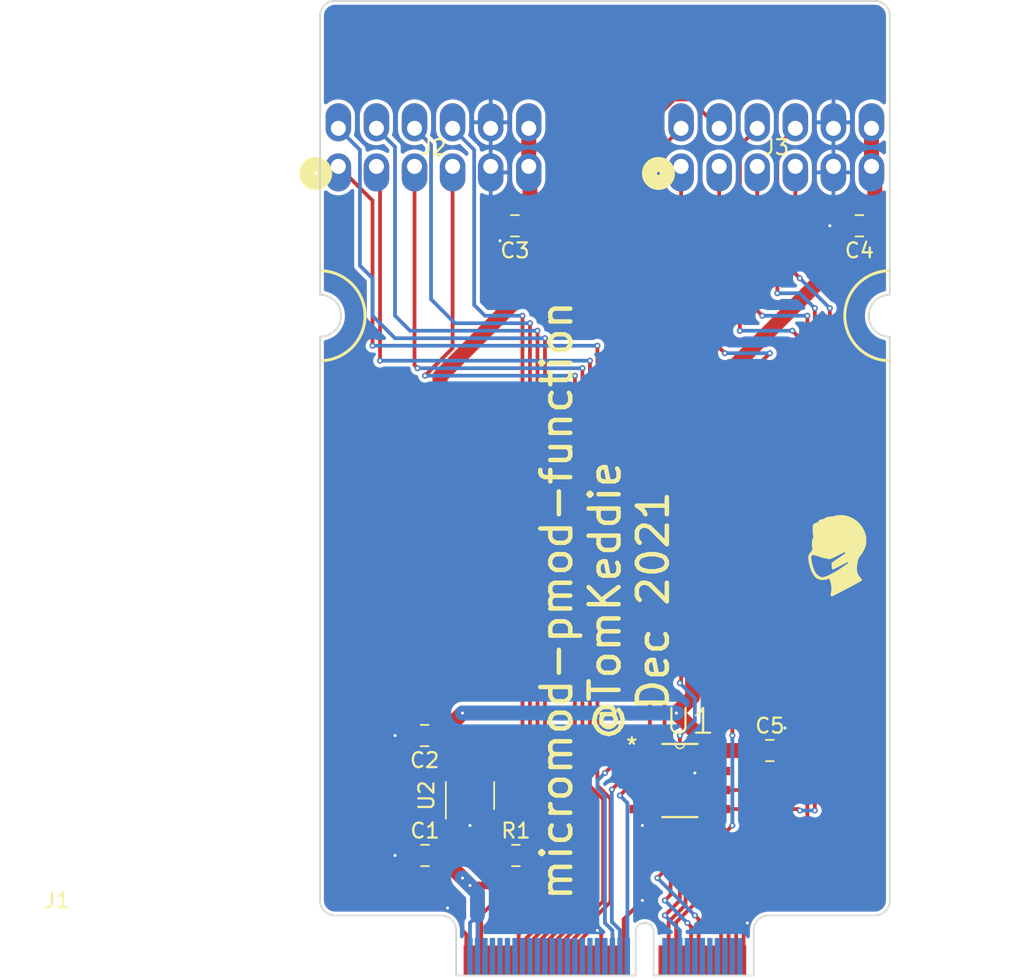
<source format=kicad_pcb>
(kicad_pcb (version 20211014) (generator pcbnew)
  (layers (0 "F.Cu" signal) (31 "B.Cu" signal) (34 "B.Paste" user) (35 "F.Paste" user) (36 "B.SilkS" user "B.Silkscreen") (37 "F.SilkS" user "F.Silkscreen") (38 "B.Mask" user) (39 "F.Mask" user) (44 "Edge.Cuts" user))
  (net 0 "")
  (net 1 "GND")
  (net 2 "VCC")
  (net 3 "+3V3")
  (net 4 "/SCK")
  (net 5 "/SDI")
  (net 6 "/SDO")
  (net 8 "/TX")
  (net 9 "/RX")
  (net 10 "/CTS")
  (net 12 "SDA")
  (net 13 "SCL")
  (net 20 "/D0")
  (net 21 "/D1")
  (net 22 "/D2")
  (net 23 "/D3")
  (net 24 "/D4")
  (net 25 "/D5")
  (net 27 "/D6")
  (net 28 "/D7")
  (net 30 "/PWR_EN")
  (net 32 "/A2")
  (net 33 "/A1")
  (net 34 "/A0")
  (footprint "tom-semiconductors:SOT-23-5" (layer "F.Cu") (at 191 138 90)
    (fp_text reference "U2" (at 0 -2.9 90) (layer "F.SilkS"))
    (fp_text value "AP2112K-3.3")
    (fp_line (start 0.9 -1.61) (end -1.55 -1.61) (layer "F.SilkS") (width 0.12))
    (fp_line (start -0.9 1.61) (end 0.9 1.61) (layer "F.SilkS") (width 0.12))
    (pad "1" smd rect locked (at -1.1 -0.95 90) (size 1.06 0.65) (layers "F.Cu" "F.Paste" "F.Mask") (net 2 "VCC"))
    (pad "2" smd rect locked (at -1.1 0 90) (size 1.06 0.65) (layers "F.Cu" "F.Paste" "F.Mask") (net 1 "GND"))
    (pad "3" smd rect locked (at -1.1 0.95 90) (size 1.06 0.65) (layers "F.Cu" "F.Paste" "F.Mask") (net 30 "/PWR_EN"))
    (pad "4" smd rect locked (at 1.1 0.95 90) (size 1.06 0.65) (layers "F.Cu" "F.Paste" "F.Mask"))
    (pad "5" smd rect locked (at 1.1 -0.95 90) (size 1.06 0.65) (layers "F.Cu" "F.Paste" "F.Mask") (net 3 "+3V3"))
  )
  (footprint "tom-connectors:PMOD_2X6_PTH_RA_SOCKET" (layer "F.Cu") (at 211.43 94.7685 180)
    (fp_text reference "J3" (at 0 0) (layer "F.SilkS"))
    (fp_text value "PMOD-2x6-FEMALE" hide)
    (fp_circle (center 7.86 -1.74) (end 7.96 -1.74) (layer "F.SilkS") (width 1) (fill none))
    (pad "1" thru_hole oval (at 6.35 -1.27 90) (size 2.54 1.7) (drill 1 (offset -0.4 0)) (layers *.Cu *.Mask) (net 10 "/CTS"))
    (pad "2" thru_hole oval (at 3.81 -1.27 90) (size 2.54 1.7) (drill 1 (offset -0.4 0)) (layers *.Cu *.Mask) (net 6 "/SDO"))
    (pad "3" thru_hole oval (at 1.27 -1.27 90) (size 2.54 1.7) (drill 1 (offset -0.4 0)) (layers *.Cu *.Mask) (net 5 "/SDI"))
    (pad "4" thru_hole oval (at -1.27 -1.27 90) (size 2.54 1.7) (drill 1 (offset -0.4 0)) (layers *.Cu *.Mask) (net 4 "/SCK"))
    (pad "5" thru_hole oval (at -3.81 -1.27 90) (size 2.54 1.7) (drill 1 (offset -0.4 0)) (layers *.Cu *.Mask) (net 1 "GND"))
    (pad "6" thru_hole oval (at -6.35 -1.27 90) (size 2.54 1.7) (drill 1 (offset -0.4 0)) (layers *.Cu *.Mask) (net 3 "+3V3"))
    (pad "7" thru_hole oval (at 6.35 1.27 90) (size 2.54 1.7) (drill 1 (offset 0.4 0)) (layers *.Cu *.Mask) (net 9 "/RX"))
    (pad "8" thru_hole oval (at 3.81 1.27 90) (size 2.54 1.7) (drill 1 (offset 0.4 0)) (layers *.Cu *.Mask) (net 8 "/TX"))
    (pad "9" thru_hole oval (at 1.27 1.27 90) (size 2.54 1.7) (drill 1 (offset 0.4 0)) (layers *.Cu *.Mask) (net 13 "SCL"))
    (pad "10" thru_hole oval (at -1.27 1.27 90) (size 2.54 1.7) (drill 1 (offset 0.4 0)) (layers *.Cu *.Mask) (net 12 "SDA"))
    (pad "11" thru_hole oval (at -3.81 1.27 90) (size 2.54 1.7) (drill 1 (offset 0.4 0)) (layers *.Cu *.Mask) (net 1 "GND"))
    (pad "12" thru_hole oval (at -6.35 1.27 90) (size 2.54 1.7) (drill 1 (offset 0.4 0)) (layers *.Cu *.Mask) (net 3 "+3V3"))
  )
  (footprint "tom-passives:C_0805_2012Metric_Pad1.15x1.40mm_HandSolder" (layer "F.Cu") (at 187.975 134 180)
    (fp_text reference "C2" (at 0 -1.65) (layer "F.SilkS"))
    (fp_text value "1uF/10V")
    (fp_line (start -0.261252 -0.71) (end 0.261252 -0.71) (layer "F.SilkS") (width 0.12))
    (fp_line (start -0.261252 0.71) (end 0.261252 0.71) (layer "F.SilkS") (width 0.12))
    (pad "1" smd roundrect locked (at -1.025 0 180) (size 1.15 1.4) (layers "F.Cu" "F.Paste" "F.Mask") (roundrect_rratio 0.2173913043) (net 3 "+3V3"))
    (pad "2" smd roundrect locked (at 1.025 0 180) (size 1.15 1.4) (layers "F.Cu" "F.Paste" "F.Mask") (roundrect_rratio 0.2173913043) (net 1 "GND"))
  )
  (footprint "tom-modules:MICROMOD_FUNCTION_STANDARD" (layer "F.Cu") (at 200 150)
    (fp_text reference "J1" (at -37.5 -5 unlocked) (layer "F.SilkS") (effects (justify left)))
    (fp_text value "MICROMOD_FUNCTION_STANDARD")
    (fp_arc (start 19 -41) (mid 16 -44) (end 19 -47) (layer "F.SilkS") (width 0.2))
    (fp_arc (start -19 -47) (mid -16 -44) (end -19 -41) (layer "F.SilkS") (width 0.2))
    (fp_line (start 10.925 -4) (end 18 -4) (layer "Edge.Cuts") (width 0.12))
    (fp_line (start 9.925 0) (end 9.925 -3) (layer "Edge.Cuts") (width 0.12))
    (fp_line (start -9.925 0) (end -9.925 -3) (layer "Edge.Cuts") (width 0.12))
    (fp_line (start 2.05 0) (end 2.05 -2.9) (layer "Edge.Cuts") (width 0.12))
    (fp_line (start -18 -4) (end -10.925 -4) (layer "Edge.Cuts") (width 0.12))
    (fp_line (start -19 -5) (end -19 -42.6) (layer "Edge.Cuts") (width 0.12))
    (fp_line (start -19 -64) (end -19 -45.4) (layer "Edge.Cuts") (width 0.12))
    (fp_line (start 2.05 0) (end -9.925 0) (layer "Edge.Cuts") (width 0.12))
    (fp_line (start 19 -45.4) (end 19 -64) (layer "Edge.Cuts") (width 0.12))
    (fp_line (start 3.25 -2.9) (end 3.25 0) (layer "Edge.Cuts") (width 0.12))
    (fp_line (start 3.25 0) (end 9.925 0) (layer "Edge.Cuts") (width 0.12))
    (fp_line (start 18 -65) (end -18 -65) (layer "Edge.Cuts") (width 0.12))
    (fp_line (start 19 -5) (end 19 -42.6) (layer "Edge.Cuts") (width 0.12))
    (fp_arc (start 19 -5) (mid 18.707107 -4.292893) (end 18 -4) (layer "Edge.Cuts") (width 0.12))
    (fp_arc (start 2.05 -2.9) (mid 2.65 -3.5) (end 3.25 -2.9) (layer "Edge.Cuts") (width 0.12))
    (fp_arc (start -19 -45.4) (mid -17.6 -44) (end -19 -42.6) (layer "Edge.Cuts") (width 0.12))
    (fp_arc (start -10.925 -4) (mid -10.217894 -3.707106) (end -9.925 -3) (layer "Edge.Cuts") (width 0.12))
    (fp_arc (start 19 -42.6) (mid 17.6 -44) (end 19 -45.4) (layer "Edge.Cuts") (width 0.12))
    (fp_arc (start 18 -65) (mid 18.707107 -64.707107) (end 19 -64) (layer "Edge.Cuts") (width 0.12))
    (fp_arc (start -19 -64) (mid -18.707107 -64.707107) (end -18 -65) (layer "Edge.Cuts") (width 0.12))
    (fp_arc (start -18 -4) (mid -18.707107 -4.292893) (end -19 -5) (layer "Edge.Cuts") (width 0.12))
    (fp_arc (start 9.925 -3) (mid 10.217894 -3.707106) (end 10.925 -4) (layer "Edge.Cuts") (width 0.12))
    (pad "1" smd rect (at 9.25 -1) (size 0.35 2) (layers "F.Cu" "F.Paste" "F.Mask") (net 1 "GND"))
    (pad "2" smd rect (at 9 -1.25 180) (size 0.35 2.5) (layers "B.Cu" "B.Paste" "B.Mask"))
    (pad "3" smd rect (at 8.75 -1) (size 0.35 2) (layers "F.Cu" "F.Paste" "F.Mask") (net 4 "/SCK"))
    (pad "4" smd rect (at 8.5 -1.25 180) (size 0.35 2.5) (layers "B.Cu" "B.Paste" "B.Mask"))
    (pad "5" smd rect (at 8.25 -1) (size 0.35 2) (layers "F.Cu" "F.Paste" "F.Mask") (net 5 "/SDI"))
    (pad "6" smd rect (at 8 -1.25 180) (size 0.35 2.5) (layers "B.Cu" "B.Paste" "B.Mask"))
    (pad "7" smd rect (at 7.75 -1) (size 0.35 2) (layers "F.Cu" "F.Paste" "F.Mask") (net 6 "/SDO"))
    (pad "8" smd rect (at 7.5 -1.25 180) (size 0.35 2.5) (layers "B.Cu" "B.Paste" "B.Mask"))
    (pad "9" smd rect (at 7.25 -1) (size 0.35 2) (layers "F.Cu" "F.Paste" "F.Mask"))
    (pad "10" smd rect (at 7 -1.25 180) (size 0.35 2.5) (layers "B.Cu" "B.Paste" "B.Mask"))
    (pad "11" smd rect (at 6.75 -1) (size 0.35 2) (layers "F.Cu" "F.Paste" "F.Mask"))
    (pad "12" smd rect (at 6.5 -1.25 180) (size 0.35 2.5) (layers "B.Cu" "B.Paste" "B.Mask"))
    (pad "13" smd rect (at 6.25 -1) (size 0.35 2) (layers "F.Cu" "F.Paste" "F.Mask") (net 8 "/TX"))
    (pad "14" smd rect (at 6 -1.25 180) (size 0.35 2.5) (layers "B.Cu" "B.Paste" "B.Mask"))
    (pad "15" smd rect (at 5.75 -1) (size 0.35 2) (layers "F.Cu" "F.Paste" "F.Mask") (net 9 "/RX"))
    (pad "16" smd rect (at 5.5 -1.25 180) (size 0.35 2.5) (layers "B.Cu" "B.Paste" "B.Mask"))
    (pad "17" smd rect (at 5.25 -1) (size 0.35 2) (layers "F.Cu" "F.Paste" "F.Mask"))
    (pad "18" smd rect (at 5 -1.25 180) (size 0.35 2.5) (layers "B.Cu" "B.Paste" "B.Mask") (net 10 "/CTS"))
    (pad "19" smd rect (at 4.75 -1) (size 0.35 2) (layers "F.Cu" "F.Paste" "F.Mask") (net 12 "SDA"))
    (pad "20" smd rect (at 4.5 -1.25 180) (size 0.35 2.5) (layers "B.Cu" "B.Paste" "B.Mask"))
    (pad "21" smd rect (at 4.25 -1) (size 0.35 2) (layers "F.Cu" "F.Paste" "F.Mask") (net 13 "SCL"))
    (pad "22" smd rect (at 4 -1.25 180) (size 0.35 2.5) (layers "B.Cu" "B.Paste" "B.Mask"))
    (pad "23" smd rect (at 3.75 -1) (size 0.35 2) (layers "F.Cu" "F.Paste" "F.Mask"))
    (pad "32" smd rect (at 1.5 -1.25 180) (size 0.35 2.5) (layers "B.Cu" "B.Paste" "B.Mask") (net 32 "/A2"))
    (pad "33" smd rect (at 1.25 -1) (size 0.35 2) (layers "F.Cu" "F.Paste" "F.Mask") (net 1 "GND"))
    (pad "34" smd rect (at 1 -1.25 180) (size 0.35 2.5) (layers "B.Cu" "B.Paste" "B.Mask") (net 33 "/A1"))
    (pad "35" smd rect (at 0.75 -1) (size 0.35 2) (layers "F.Cu" "F.Paste" "F.Mask"))
    (pad "36" smd rect (at 0.5 -1.25 180) (size 0.35 2.5) (layers "B.Cu" "B.Paste" "B.Mask") (net 34 "/A0"))
    (pad "37" smd rect (at 0.25 -1) (size 0.35 2) (layers "F.Cu" "F.Paste" "F.Mask"))
    (pad "38" smd rect (at 0 -1.25 180) (size 0.35 2.5) (layers "B.Cu" "B.Paste" "B.Mask"))
    (pad "39" smd rect (at -0.25 -1) (size 0.35 2) (layers "F.Cu" "F.Paste" "F.Mask") (net 1 "GND"))
    (pad "40" smd rect (at -0.5 -1.25 180) (size 0.35 2.5) (layers "B.Cu" "B.Paste" "B.Mask"))
    (pad "41" smd rect (at -0.75 -1) (size 0.35 2) (layers "F.Cu" "F.Paste" "F.Mask"))
    (pad "42" smd rect (at -1 -1.25 180) (size 0.35 2.5) (layers "B.Cu" "B.Paste" "B.Mask"))
    (pad "43" smd rect (at -1.25 -1) (size 0.35 2) (layers "F.Cu" "F.Paste" "F.Mask"))
    (pad "44" smd rect (at -1.5 -1.25 180) (size 0.35 2.5) (layers "B.Cu" "B.Paste" "B.Mask"))
    (pad "45" smd rect (at -1.75 -1) (size 0.35 2) (layers "F.Cu" "F.Paste" "F.Mask") (net 1 "GND"))
    (pad "46" smd rect (at -2 -1.25 180) (size 0.35 2.5) (layers "B.Cu" "B.Paste" "B.Mask"))
    (pad "47" smd rect (at -2.25 -1) (size 0.35 2) (layers "F.Cu" "F.Paste" "F.Mask") (net 20 "/D0"))
    (pad "48" smd rect (at -2.5 -1.25 180) (size 0.35 2.5) (layers "B.Cu" "B.Paste" "B.Mask"))
    (pad "49" smd rect (at -2.75 -1) (size 0.35 2) (layers "F.Cu" "F.Paste" "F.Mask") (net 21 "/D1"))
    (pad "50" smd rect (at -3 -1.25 180) (size 0.35 2.5) (layers "B.Cu" "B.Paste" "B.Mask"))
    (pad "51" smd rect (at -3.25 -1) (size 0.35 2) (layers "F.Cu" "F.Paste" "F.Mask") (net 22 "/D2"))
    (pad "52" smd rect (at -3.5 -1.25 180) (size 0.35 2.5) (layers "B.Cu" "B.Paste" "B.Mask"))
    (pad "53" smd rect (at -3.75 -1) (size 0.35 2) (layers "F.Cu" "F.Paste" "F.Mask") (net 23 "/D3"))
    (pad "54" smd rect (at -4 -1.25 180) (size 0.35 2.5) (layers "B.Cu" "B.Paste" "B.Mask"))
    (pad "55" smd rect (at -4.25 -1) (size 0.35 2) (layers "F.Cu" "F.Paste" "F.Mask") (net 24 "/D4"))
    (pad "56" smd rect (at -4.5 -1.25 180) (size 0.35 2.5) (layers "B.Cu" "B.Paste" "B.Mask"))
    (pad "57" smd rect (at -4.75 -1) (size 0.35 2) (layers "F.Cu" "F.Paste" "F.Mask") (net 25 "/D5"))
    (pad "58" smd rect (at -5 -1.25 180) (size 0.35 2.5) (layers "B.Cu" "B.Paste" "B.Mask"))
    (pad "59" smd rect (at -5.25 -1) (size 0.35 2) (layers "F.Cu" "F.Paste" "F.Mask") (net 27 "/D6"))
    (pad "60" smd rect (at -5.5 -1.25 180) (size 0.35 2.5) (layers "B.Cu" "B.Paste" "B.Mask"))
    (pad "61" smd rect (at -5.75 -1) (size 0.35 2) (layers "F.Cu" "F.Paste" "F.Mask") (net 28 "/D7"))
    (pad "62" smd rect (at -6 -1.25 180) (size 0.35 2.5) (layers "B.Cu" "B.Paste" "B.Mask"))
    (pad "63" smd rect (at -6.25 -1) (size 0.35 2) (layers "F.Cu" "F.Paste" "F.Mask"))
    (pad "64" smd rect (at -6.5 -1.25 180) (size 0.35 2.5) (layers "B.Cu" "B.Paste" "B.Mask"))
    (pad "65" smd rect (at -6.75 -1) (size 0.35 2) (layers "F.Cu" "F.Paste" "F.Mask"))
    (pad "66" smd rect (at -7 -1.25 180) (size 0.35 2.5) (layers "B.Cu" "B.Paste" "B.Mask"))
    (pad "67" smd rect (at -7.25 -1) (size 0.35 2) (layers "F.Cu" "F.Paste" "F.Mask"))
    (pad "68" smd rect (at -7.5 -1.25 180) (size 0.35 2.5) (layers "B.Cu" "B.Paste" "B.Mask"))
    (pad "69" smd rect (at -7.75 -1) (size 0.35 2) (layers "F.Cu" "F.Paste" "F.Mask"))
    (pad "70" smd rect (at -8 -1.25 180) (size 0.35 2.5) (layers "B.Cu" "B.Paste" "B.Mask"))
    (pad "71" smd rect (at -8.25 -1) (size 0.35 2) (layers "F.Cu" "F.Paste" "F.Mask") (net 30 "/PWR_EN"))
    (pad "72" smd rect (at -8.5 -1.25 180) (size 0.35 2.5) (layers "B.Cu" "B.Paste" "B.Mask") (net 2 "VCC"))
    (pad "73" smd rect (at -8.75 -1) (size 0.35 2) (layers "F.Cu" "F.Paste" "F.Mask"))
    (pad "74" smd rect (at -9 -1.25 180) (size 0.35 2.5) (layers "B.Cu" "B.Paste" "B.Mask") (net 2 "VCC"))
    (pad "75" smd rect (at -9.25 -1) (size 0.35 2) (layers "F.Cu" "F.Paste" "F.Mask") (net 1 "GND"))
  )
  (footprint "tom-connectors:PMOD_2X6_PTH_RA_SOCKET" (layer "F.Cu") (at 188.57 94.7685 180)
    (fp_text reference "J2" (at 0 0) (layer "F.SilkS"))
    (fp_text value "PMOD-2x6-FEMALE" hide)
    (fp_circle (center 7.86 -1.74) (end 7.96 -1.74) (layer "F.SilkS") (width 1) (fill none))
    (pad "1" thru_hole oval (at 6.35 -1.27 90) (size 2.54 1.7) (drill 1 (offset -0.4 0)) (layers *.Cu *.Mask) (net 20 "/D0"))
    (pad "2" thru_hole oval (at 3.81 -1.27 90) (size 2.54 1.7) (drill 1 (offset -0.4 0)) (layers *.Cu *.Mask) (net 21 "/D1"))
    (pad "3" thru_hole oval (at 1.27 -1.27 90) (size 2.54 1.7) (drill 1 (offset -0.4 0)) (layers *.Cu *.Mask) (net 22 "/D2"))
    (pad "4" thru_hole oval (at -1.27 -1.27 90) (size 2.54 1.7) (drill 1 (offset -0.4 0)) (layers *.Cu *.Mask) (net 23 "/D3"))
    (pad "5" thru_hole oval (at -3.81 -1.27 90) (size 2.54 1.7) (drill 1 (offset -0.4 0)) (layers *.Cu *.Mask) (net 1 "GND"))
    (pad "6" thru_hole oval (at -6.35 -1.27 90) (size 2.54 1.7) (drill 1 (offset -0.4 0)) (layers *.Cu *.Mask) (net 3 "+3V3"))
    (pad "7" thru_hole oval (at 6.35 1.27 90) (size 2.54 1.7) (drill 1 (offset 0.4 0)) (layers *.Cu *.Mask) (net 24 "/D4"))
    (pad "8" thru_hole oval (at 3.81 1.27 90) (size 2.54 1.7) (drill 1 (offset 0.4 0)) (layers *.Cu *.Mask) (net 25 "/D5"))
    (pad "9" thru_hole oval (at 1.27 1.27 90) (size 2.54 1.7) (drill 1 (offset 0.4 0)) (layers *.Cu *.Mask) (net 27 "/D6"))
    (pad "10" thru_hole oval (at -1.27 1.27 90) (size 2.54 1.7) (drill 1 (offset 0.4 0)) (layers *.Cu *.Mask) (net 28 "/D7"))
    (pad "11" thru_hole oval (at -3.81 1.27 90) (size 2.54 1.7) (drill 1 (offset 0.4 0)) (layers *.Cu *.Mask) (net 1 "GND"))
    (pad "12" thru_hole oval (at -6.35 1.27 90) (size 2.54 1.7) (drill 1 (offset 0.4 0)) (layers *.Cu *.Mask) (net 3 "+3V3"))
  )
  (footprint "tom-semiconductors:SOIC127P600X175-8N" (layer "F.Cu") (at 205 137)
    (fp_text reference "U1" (at 0.68708 -3.94433) (layer "F.SilkS") (effects (font (size 1.643055 1.643055))))
    (fp_text value "24LC256-E/SM")
    (fp_text user "*" (at -3.20313 -2.33879) (layer "F.SilkS") (effects (font (size 1.00085 1.00085))))
    (fp_line (start 1.1684 -2.4384) (end 0.3048 -2.4384) (layer "F.SilkS") (width 0.1524))
    (fp_line (start -0.3048 -2.4384) (end -1.1684 -2.4384) (layer "F.SilkS") (width 0.1524))
    (fp_line (start 0.3048 -2.4384) (end -0.3048 -2.4384) (layer "F.SilkS") (width 0.1524))
    (fp_line (start -1.1684 2.4384) (end 1.1684 2.4384) (layer "F.SilkS") (width 0.1524))
    (fp_arc (start 0.3048 -2.4384) (mid 0 -2.1336) (end -0.3048 -2.4384) (layer "F.SilkS") (width 0.1))
    (pad "1" smd rect locked (at -2.3622 -1.905) (size 1.9812 0.5588) (layers "F.Cu" "F.Paste" "F.Mask") (net 34 "/A0"))
    (pad "2" smd rect locked (at -2.3622 -0.635) (size 1.9812 0.5588) (layers "F.Cu" "F.Paste" "F.Mask") (net 33 "/A1"))
    (pad "3" smd rect locked (at -2.3622 0.635) (size 1.9812 0.5588) (layers "F.Cu" "F.Paste" "F.Mask") (net 32 "/A2"))
    (pad "4" smd rect locked (at -2.3622 1.905) (size 1.9812 0.5588) (layers "F.Cu" "F.Paste" "F.Mask") (net 1 "GND"))
    (pad "5" smd rect locked (at 2.3622 1.905) (size 1.9812 0.5588) (layers "F.Cu" "F.Paste" "F.Mask") (net 12 "SDA"))
    (pad "6" smd rect locked (at 2.3622 0.635) (size 1.9812 0.5588) (layers "F.Cu" "F.Paste" "F.Mask") (net 13 "SCL"))
    (pad "7" smd rect locked (at 2.3622 -0.635) (size 1.9812 0.5588) (layers "F.Cu" "F.Paste" "F.Mask") (net 1 "GND"))
    (pad "8" smd rect locked (at 2.3622 -1.905) (size 1.9812 0.5588) (layers "F.Cu" "F.Paste" "F.Mask") (net 3 "+3V3"))
  )
  (footprint "tom-passives:C_0805_2012Metric_Pad1.15x1.40mm_HandSolder" (layer "F.Cu") (at 188 142)
    (fp_text reference "C1" (at 0 -1.65) (layer "F.SilkS"))
    (fp_text value "1uF/10V")
    (fp_line (start -0.261252 0.71) (end 0.261252 0.71) (layer "F.SilkS") (width 0.12))
    (fp_line (start -0.261252 -0.71) (end 0.261252 -0.71) (layer "F.SilkS") (width 0.12))
    (pad "1" smd roundrect locked (at -1.025 0) (size 1.15 1.4) (layers "F.Cu" "F.Paste" "F.Mask") (roundrect_rratio 0.2173913043) (net 1 "GND"))
    (pad "2" smd roundrect locked (at 1.025 0) (size 1.15 1.4) (layers "F.Cu" "F.Paste" "F.Mask") (roundrect_rratio 0.2173913043) (net 2 "VCC"))
  )
  (footprint "tom-passives:C_0805_2012Metric_Pad1.15x1.40mm_HandSolder" (layer "F.Cu") (at 216.975 100 180)
    (fp_text reference "C4" (at 0 -1.65) (layer "F.SilkS"))
    (fp_text value "10uF/10V")
    (fp_line (start -0.261252 0.71) (end 0.261252 0.71) (layer "F.SilkS") (width 0.12))
    (fp_line (start -0.261252 -0.71) (end 0.261252 -0.71) (layer "F.SilkS") (width 0.12))
    (pad "1" smd roundrect locked (at -1.025 0 180) (size 1.15 1.4) (layers "F.Cu" "F.Paste" "F.Mask") (roundrect_rratio 0.2173913043) (net 3 "+3V3"))
    (pad "2" smd roundrect locked (at 1.025 0 180) (size 1.15 1.4) (layers "F.Cu" "F.Paste" "F.Mask") (roundrect_rratio 0.2173913043) (net 1 "GND"))
  )
  (footprint "tom-passives:R_0805_2012Metric" (layer "F.Cu") (at 194.0625 142)
    (fp_text reference "R1" (at 0 -1.65) (layer "F.SilkS"))
    (fp_text value "100k")
    (fp_line (start -0.258578 0.71) (end 0.258578 0.71) (layer "F.SilkS") (width 0.12))
    (fp_line (start -0.258578 -0.71) (end 0.258578 -0.71) (layer "F.SilkS") (width 0.12))
    (pad "1" smd roundrect locked (at -0.9375 0) (size 0.975 1.4) (layers "F.Cu" "F.Paste" "F.Mask") (net 30 "/PWR_EN"))
    (pad "2" smd roundrect locked (at 0.9375 0) (size 0.975 1.4) (layers "F.Cu" "F.Paste" "F.Mask") (net 2 "VCC"))
  )
  (footprint "tom-passives:C_0805_2012Metric_Pad1.15x1.40mm_HandSolder" (layer "F.Cu") (at 211 135)
    (fp_text reference "C5" (at 0 -1.65) (layer "F.SilkS"))
    (fp_text value "0.1uF/10V")
    (fp_line (start -0.261252 -0.71) (end 0.261252 -0.71) (layer "F.SilkS") (width 0.12))
    (fp_line (start -0.261252 0.71) (end 0.261252 0.71) (layer "F.SilkS") (width 0.12))
    (pad "1" smd roundrect locked (at -1.025 0) (size 1.15 1.4) (layers "F.Cu" "F.Paste" "F.Mask") (roundrect_rratio 0.2173913043) (net 3 "+3V3"))
    (pad "2" smd roundrect locked (at 1.025 0) (size 1.15 1.4) (layers "F.Cu" "F.Paste" "F.Mask") (roundrect_rratio 0.2173913043) (net 1 "GND"))
  )
  (footprint "tom-passives:C_0805_2012Metric_Pad1.15x1.40mm_HandSolder" (layer "F.Cu") (at 194 100 180)
    (fp_text reference "C3" (at 0 -1.65) (layer "F.SilkS"))
    (fp_text value "10uF/10V")
    (fp_line (start -0.261252 -0.71) (end 0.261252 -0.71) (layer "F.SilkS") (width 0.12))
    (fp_line (start -0.261252 0.71) (end 0.261252 0.71) (layer "F.SilkS") (width 0.12))
    (pad "1" smd roundrect locked (at -1.025 0 180) (size 1.15 1.4) (layers "F.Cu" "F.Paste" "F.Mask") (roundrect_rratio 0.2173913043) (net 3 "+3V3"))
    (pad "2" smd roundrect locked (at 1.025 0 180) (size 1.15 1.4) (layers "F.Cu" "F.Paste" "F.Mask") (roundrect_rratio 0.2173913043) (net 1 "GND"))
  )
  (footprint "tom-mechanical:mask" (layer "F.Cu") (at 215.5 122)
    (fp_text reference "H1" hide)
    (fp_text value "mech-only-no-pins" hide)
    (fp_poly (pts (xy 0.339584 -2.701722) (xy 0.498137 -2.682104) (xy 0.763936 -2.611067) (xy 1.010323 -2.503749) (xy 1.234482 -2.362782) (xy 1.433597 -2.1908) (xy 1.604855 -1.990436) (xy 1.745439 -1.764321) (xy 1.852535 -1.515089) (xy 1.89428 -1.37636) (xy 1.917264 -1.246884) (xy 1.92824 -1.092992) (xy 1.927218 -0.930861) (xy 1.914208 -0.776669) (xy 1.893882 -0.664552) (xy 1.845399 -0.517626) (xy 1.77024 -0.354999) (xy 1.674267 -0.188051) (xy 1.571848 -0.039389) (xy 1.516243 0.036752) (xy 1.467209 0.107853) (xy 1.433144 0.161616) (xy 1.426953 0.172809) (xy 1.392081 0.261348) (xy 1.360532 0.380633) (xy 1.334384 0.519094) (xy 1.315712 0.665159) (xy 1.306593 0.80726) (xy 1.306031 0.846667) (xy 1.311688 1.000001) (xy 1.332005 1.124543) (xy 1.371462 1.232589) (xy 1.434539 1.336438) (xy 1.524902 1.447471) (xy 1.597249 1.535149) (xy 1.637948 1.599286) (xy 1.646875 1.635186) (xy 1.636971 1.649682) (xy 1.608922 1.672327) (xy 1.56033 1.704486) (xy 1.488797 1.747523) (xy 1.391924 1.802805) (xy 1.267311 1.871695) (xy 1.112561 1.955558) (xy 0.925274 2.05576) (xy 0.703051 2.173665) (xy 0.66675 2.192859) (xy 0.478269 2.292069) (xy 0.30016 2.385023) (xy 0.136096 2.46986) (xy -0.010254 2.544719) (xy -0.135218 2.60774) (xy -0.235126 2.65706) (xy -0.306305 2.69082) (xy -0.345085 2.707158) (xy -0.350308 2.708416) (xy -0.398512 2.697482) (xy -0.4191 2.683933) (xy -0.437363 2.65386) (xy -0.442857 2.607672) (xy -0.435339 2.53772) (xy -0.414564 2.436353) (xy -0.410674 2.419605) (xy -0.388109 2.271749) (xy -0.388997 2.113429) (xy -0.413896 1.936382) (xy -0.455135 1.762125) (xy -0.483535 1.659812) (xy -0.50772 1.593234) (xy -0.535367 1.557498) (xy -0.574155 1.547711) (xy -0.631759 1.55898) (xy -0.715857 1.58641) (xy -0.725626 1.589721) (xy -0.898583 1.626983) (xy -1.070695 1.622653) (xy -1.238279 1.577377) (xy -1.397655 1.491802) (xy -1.434346 1.465285) (xy -1.519251 1.381058) (xy -1.603198 1.26184) (xy -1.683384 1.114931) (xy -1.757007 0.947633) (xy -1.821265 0.767247) (xy -1.873355 0.581074) (xy -1.910474 0.396416) (xy -1.929821 0.220574) (xy -1.931765 0.169333) (xy -1.931675 0.08797) (xy -1.929742 0.069613) (xy -1.734827 0.069613) (xy -1.734342 0.128239) (xy -1.729038 0.219386) (xy -1.728985 0.220201) (xy -1.705014 0.411058) (xy -1.658526 0.620431) (xy -1.593208 0.833587) (xy -1.541344 0.969746) (xy -1.489048 1.079702) (xy -1.427563 1.170875) (xy -1.34551 1.261362) (xy -1.233833 1.357203) (xy -1.123371 1.415399) (xy -1.007097 1.437229) (xy -0.877984 1.423971) (xy -0.729007 1.376903) (xy -0.723193 1.374598) (xy -0.571711 1.30838) (xy -0.399304 1.22335) (xy -0.218774 1.126278) (xy -0.042921 1.023936) (xy 0.053939 0.963513) (xy 0.147752 0.902118) (xy 0.251174 0.832572) (xy 0.358442 0.758963) (xy 0.463792 0.685382) (xy 0.561463 0.615918) (xy 0.645691 0.55466) (xy 0.710713 0.505697) (xy 0.750766 0.473119) (xy 0.760965 0.461801) (xy 0.744612 0.444457) (xy 0.722262 0.43474) (xy 0.684681 0.440101) (xy 0.612487 0.468768) (xy 0.506243 0.52049) (xy 0.378303 0.58855) (xy 0.25714 0.653634) (xy 0.133683 0.717832) (xy 0.013795 0.778321) (xy -0.096666 0.832278) (xy -0.191838 0.876881) (xy -0.265861 0.909309) (xy -0.312875 0.926737) (xy -0.32694 0.92821) (xy -0.338405 0.898305) (xy -0.351596 0.839209) (xy -0.364407 0.763893) (xy -0.374731 0.685326) (xy -0.380464 0.616477) (xy -0.381 0.595314) (xy -0.38077 0.558971) (xy -0.377512 0.52852) (xy -0.367373 0.500388) (xy -0.346501 0.470997) (xy -0.311042 0.436772) (xy -0.257143 0.394137) (xy -0.180953 0.339517) (xy -0.078619 0.269336) (xy 0.053713 0.180018) (xy 0.100183 0.148724) (xy 0.213893 0.071643) (xy 0.316043 0.001461) (xy 0.401269 -0.058061) (xy 0.464208 -0.103161) (xy 0.499493 -0.130076) (xy 0.504723 -0.134983) (xy 0.523731 -0.172989) (xy 0.536263 -0.213088) (xy 0.537879 -0.228243) (xy 0.531336 -0.236091) (xy 0.512587 -0.23498) (xy 0.477584 -0.223259) (xy 0.422281 -0.199275) (xy 0.34263 -0.161377) (xy 0.234583 -0.107914) (xy 0.094094 -0.037233) (xy 0.047057 -0.013457) (xy -0.128163 0.074055) (xy -0.268685 0.14171) (xy -0.376675 0.190463) (xy -0.454301 0.221271) (xy -0.503726 0.235091) (xy -0.517759 0.235995) (xy -0.589766 0.226058) (xy -0.692617 0.205524) (xy -0.816854 0.176759) (xy -0.953022 0.142131) (xy -1.091663 0.104004) (xy -1.223321 0.064747) (xy -1.296915 0.041005) (xy -1.4187 0.001332) (xy -1.50828 -0.024397) (xy -1.573094 -0.037093) (xy -1.620577 -0.037668) (xy -1.658168 -0.027033) (xy -1.69154 -0.007341) (xy -1.715009 0.011443) (xy -1.728911 0.033887) (xy -1.734827 0.069613) (xy -1.929742 0.069613) (xy -1.925014 0.024735) (xy -1.90747 -0.031295) (xy -1.87473 -0.091041) (xy -1.822481 -0.165424) (xy -1.7746 -0.228641) (xy -1.712335 -0.314038) (xy -1.674948 -0.379577) (xy -1.65876 -0.436652) (xy -1.660091 -0.496658) (xy -1.670509 -0.551025) (xy -1.691629 -0.706429) (xy -1.690029 -0.875152) (xy -1.666701 -1.038101) (xy -1.6404 -1.131749) (xy -1.613539 -1.213059) (xy -1.601294 -1.26975) (xy -1.601972 -1.316267) (xy -1.613161 -1.364582) (xy -1.622793 -1.418665) (xy -1.630889 -1.503618) (xy -1.636622 -1.60798) (xy -1.639165 -1.720293) (xy -1.63919 -1.725083) (xy -1.63888 -1.842585) (xy -1.636098 -1.926035) (xy -1.629901 -1.983686) (xy -1.619349 -2.023792) (xy -1.603498 -2.054605) (xy -1.601185 -2.058086) (xy -1.527602 -2.133386) (xy -1.427931 -2.189423) (xy -1.349375 -2.212495) (xy -1.29293 -2.230701) (xy -1.270131 -2.256065) (xy -1.27 -2.258234) (xy -1.255963 -2.291892) (xy -1.220993 -2.337585) (xy -1.208128 -2.351128) (xy -1.153848 -2.394213) (xy -1.093913 -2.41129) (xy -1.054292 -2.413) (xy -0.952927 -2.430231) (xy -0.882158 -2.467477) (xy -0.769145 -2.536317) (xy -0.666253 -2.578214) (xy -0.556316 -2.598589) (xy -0.453105 -2.603035) (xy -0.299272 -2.613069) (xy -0.168151 -2.643797) (xy -0.156772 -2.647715) (xy -0.009145 -2.684881) (xy 0.161419 -2.703152) (xy 0.339584 -2.701722)) (layer "F.SilkS") (width 0.01) (fill solid))
  )
  (gr_text "micromod-pmod-function\n@TomKeddie\nDec 2021" (at 200 125 90) (layer "F.SilkS") (effects (font (size 2 2) (thickness 0.3))))
  (segment (start 199.75 149) (end 199.75 147.25) (width 0.25) (layer "F.Cu") (net 1))
  (segment (start 206.135 136.365) (end 206 136.5) (width 0.5) (layer "F.Cu") (net 1))
  (segment (start 212.025 133.525) (end 212 133.5) (width 0.5) (layer "F.Cu") (net 1))
  (segment (start 201.25 146.25) (end 202.5 145) (width 0.25) (layer "F.Cu") (net 1))
  (segment (start 190.5 147) (end 190.5 146) (width 0.25) (layer "F.Cu") (net 1))
  (segment (start 199 147) (end 199.5 147) (width 0.25) (layer "F.Cu") (net 1))
  (segment (start 190.75 149) (end 190.75 147.25) (width 0.25) (layer "F.Cu") (net 1))
  (segment (start 207.3622 136.365) (end 206.135 136.365) (width 0.5) (layer "F.Cu") (net 1))
  (segment (start 209.25 149) (end 209.25 146.75) (width 0.25) (layer "F.Cu") (net 1))
  (segment (start 192.975 100.975) (end 193 101) (width 0.5) (layer "F.Cu") (net 1))
  (segment (start 190.5 147) (end 190.75 147.25) (width 0.25) (layer "F.Cu") (net 1))
  (segment (start 199.75 147.25) (end 199.5 147) (width 0.25) (layer "F.Cu") (net 1))
  (segment (start 202.6378 139.8622) (end 202.5 140) (width 0.5) (layer "F.Cu") (net 1))
  (segment (start 212.025 135) (end 212.025 133.525) (width 0.5) (layer "F.Cu") (net 1))
  (segment (start 191 139.1) (end 191 140) (width 0.5) (layer "F.Cu") (net 1))
  (segment (start 209.25 146.75) (end 209.5 146.5) (width 0.25) (layer "F.Cu") (net 1))
  (segment (start 190.5 146) (end 190 145.5) (width 0.25) (layer "F.Cu") (net 1))
  (segment (start 215.95 100) (end 215 100) (width 0.5) (layer "F.Cu") (net 1))
  (segment (start 186.95 134) (end 186 134) (width 0.5) (layer "F.Cu") (net 1))
  (segment (start 198.25 147.75) (end 199 147) (width 0.25) (layer "F.Cu") (net 1))
  (segment (start 201.25 149) (end 201.25 146.25) (width 0.25) (layer "F.Cu") (net 1))
  (segment (start 202.6378 138.905) (end 202.6378 139.8622) (width 0.5) (layer "F.Cu") (net 1))
  (segment (start 198.25 149) (end 198.25 147.75) (width 0.25) (layer "F.Cu") (net 1))
  (segment (start 190 145.5) (end 189.5 145.5) (width 0.25) (layer "F.Cu") (net 1))
  (segment (start 192.975 100) (end 192.975 100.975) (width 0.5) (layer "F.Cu") (net 1))
  (segment (start 186.975 142) (end 186 142) (width 0.5) (layer "F.Cu") (net 1))
  (via (at 206 136.5) (size 0.4) (drill 0.2) (layers "F.Cu" "B.Cu") (net 1))
  (via (at 191 140) (size 0.4) (drill 0.2) (layers "F.Cu" "B.Cu") (net 1))
  (via (at 186 134) (size 0.4) (drill 0.2) (layers "F.Cu" "B.Cu") (net 1))
  (via (at 215 100) (size 0.4) (drill 0.2) (layers "F.Cu" "B.Cu") (net 1))
  (via (at 186 142) (size 0.4) (drill 0.2) (layers "F.Cu" "B.Cu") (net 1))
  (via (at 212 133.5) (size 0.4) (drill 0.2) (layers "F.Cu" "B.Cu") (net 1))
  (via (at 209.5 146.5) (size 0.4) (drill 0.2) (layers "F.Cu" "B.Cu") (net 1))
  (via (at 193 101) (size 0.4) (drill 0.2) (layers "F.Cu" "B.Cu") (net 1))
  (via (at 189.5 145.5) (size 0.4) (drill 0.2) (layers "F.Cu" "B.Cu") (net 1))
  (via (at 202.5 140) (size 0.4) (drill 0.2) (layers "F.Cu" "B.Cu") (net 1))
  (via (at 199.5 147) (size 0.4) (drill 0.2) (layers "F.Cu" "B.Cu") (net 1))
  (via (at 202.5 145) (size 0.4) (drill 0.2) (layers "F.Cu" "B.Cu") (net 1))
  (segment (start 189.025 142.025) (end 191 144) (width 1) (layer "F.Cu") (net 2))
  (segment (start 189.025 140.125) (end 190.048489 139.101511) (width 1) (layer "F.Cu") (net 2))
  (segment (start 189.025 142) (end 189.025 140.125) (width 1) (layer "F.Cu") (net 2))
  (segment (start 193 144) (end 191 144) (width 0.5) (layer "F.Cu") (net 2))
  (segment (start 189.025 142) (end 189.025 142.025) (width 1) (layer "F.Cu") (net 2))
  (segment (start 195 142) (end 193 144) (width 0.5) (layer "F.Cu") (net 2))
  (via (at 190.5 143.5) (size 0.4) (drill 0.2) (layers "F.Cu" "B.Cu") (net 2))
  (via (at 191 144) (size 0.4) (drill 0.2) (layers "F.Cu" "B.Cu") (net 2))
  (segment (start 191 148.75) (end 191 146.5) (width 0.25) (layer "B.Cu") (net 2))
  (segment (start 191.5 146) (end 191.5 144.5) (width 1) (layer "B.Cu") (net 2))
  (segment (start 191 144) (end 190.5 143.5) (width 1) (layer "B.Cu") (net 2))
  (segment (start 191.5 144.5) (end 191 144) (width 1) (layer "B.Cu") (net 2))
  (segment (start 191.5 148.75) (end 191.5 146) (width 0.25) (layer "B.Cu") (net 2))
  (segment (start 191 146.5) (end 191.5 146) (width 0.25) (layer "B.Cu") (net 2))
  (segment (start 189 134) (end 190.5 132.5) (width 1) (layer "F.Cu") (net 3))
  (segment (start 207.4572 135) (end 207.3622 135.095) (width 1) (layer "F.Cu") (net 3))
  (segment (start 205.849501 131.417699) (end 204.7672 132.5) (width 1) (layer "F.Cu") (net 3))
  (segment (start 218 100) (end 218 96.2585) (width 1) (layer "F.Cu") (net 3))
  (segment (start 194.92 93.4985) (end 194.92 96.0385) (width 1) (layer "F.Cu") (net 3))
  (segment (start 218 96.2585) (end 217.78 96.0385) (width 1) (layer "F.Cu") (net 3))
  (segment (start 189 110.062798) (end 195 104.062798) (width 1) (layer "F.Cu") (net 3))
  (segment (start 190.05 136.9) (end 190.05 135.05) (width 1) (layer "F.Cu") (net 3))
  (segment (start 217.78 96.406614) (end 217.78 96.0385) (width 1) (layer "F.Cu") (net 3))
  (segment (start 207.3622 135.095) (end 204.7672 132.5) (width 1) (layer "F.Cu") (net 3))
  (segment (start 190.05 135.05) (end 189 134) (width 1) (layer "F.Cu") (net 3))
  (segment (start 218 100) (end 205.849501 112.150499) (width 1) (layer "F.Cu") (net 3))
  (segment (start 217.78 93.4985) (end 217.78 96.0385) (width 1) (layer "F.Cu") (net 3))
  (segment (start 209.975 135) (end 207.4572 135) (width 1) (layer "F.Cu") (net 3))
  (segment (start 195 96.1185) (end 194.92 96.0385) (width 1) (layer "F.Cu") (net 3))
  (segment (start 205.849501 112.150499) (end 205.849501 131.417699) (width 1) (layer "F.Cu") (net 3))
  (segment (start 189 134) (end 189 110.062798) (width 1) (layer "F.Cu") (net 3))
  (segment (start 195 104.062798) (end 195 96.1185) (width 1) (layer "F.Cu") (net 3))
  (via (at 204.7672 132.5) (size 0.4) (drill 0.2) (layers "F.Cu" "B.Cu") (net 3))
  (via (at 190.5 132.5) (size 0.4) (drill 0.2) (layers "F.Cu" "B.Cu") (net 3))
  (segment (start 190.5 132.5) (end 204.7672 132.5) (width 1) (layer "B.Cu") (net 3))
  (segment (start 212.7 103.2) (end 213 103.5) (width 0.25) (layer "F.Cu") (net 4))
  (segment (start 208.75 146.25) (end 208.75 149) (width 0.25) (layer "F.Cu") (net 4))
  (segment (start 215 140) (end 208.75 146.25) (width 0.25) (layer "F.Cu") (net 4))
  (segment (start 215 105.5) (end 215 140) (width 0.25) (layer "F.Cu") (net 4))
  (segment (start 212.7 96.0385) (end 212.7 103.2) (width 0.25) (layer "F.Cu") (net 4))
  (via (at 213 103.5) (size 0.4) (drill 0.2) (layers "F.Cu" "B.Cu") (net 4))
  (via (at 215 105.5) (size 0.4) (drill 0.2) (layers "F.Cu" "B.Cu") (net 4))
  (segment (start 213 103.5) (end 215 105.5) (width 0.25) (layer "B.Cu") (net 4))
  (segment (start 213.5 140.967534) (end 208.25 146.217534) (width 0.25) (layer "F.Cu") (net 5))
  (segment (start 210.16 96.0385) (end 210.16 105.66) (width 0.25) (layer "F.Cu") (net 5))
  (segment (start 210.16 105.66) (end 210.5 106) (width 0.25) (layer "F.Cu") (net 5))
  (segment (start 213.5 106) (end 213.5 140.967534) (width 0.25) (layer "F.Cu") (net 5))
  (segment (start 208.25 146.217534) (end 208.25 149) (width 0.25) (layer "F.Cu") (net 5))
  (via (at 213.5 106) (size 0.4) (drill 0.2) (layers "F.Cu" "B.Cu") (net 5))
  (via (at 210.5 106) (size 0.4) (drill 0.2) (layers "F.Cu" "B.Cu") (net 5))
  (segment (start 210.5 106) (end 213.5 106) (width 0.25) (layer "B.Cu") (net 5))
  (segment (start 211 108.5) (end 208.5 111) (width 0.25) (layer "F.Cu") (net 6))
  (segment (start 207.62 96.0385) (end 207.62 108.12) (width 0.25) (layer "F.Cu") (net 6))
  (segment (start 208.5 111) (end 208.5 134) (width 0.25) (layer "F.Cu") (net 6))
  (segment (start 208.5 140) (end 207.75 140.75) (width 0.25) (layer "F.Cu") (net 6))
  (segment (start 207.62 108.12) (end 208 108.5) (width 0.25) (layer "F.Cu") (net 6))
  (segment (start 207.75 140.75) (end 207.75 149) (width 0.25) (layer "F.Cu") (net 6))
  (via (at 208.5 134) (size 0.4) (drill 0.2) (layers "F.Cu" "B.Cu") (net 6))
  (via (at 208.5 140) (size 0.4) (drill 0.2) (layers "F.Cu" "B.Cu") (net 6))
  (via (at 211 108.5) (size 0.4) (drill 0.2) (layers "F.Cu" "B.Cu") (net 6))
  (via (at 208 108.5) (size 0.4) (drill 0.2) (layers "F.Cu" "B.Cu") (net 6))
  (segment (start 208.5 134) (end 208.5 140) (width 0.25) (layer "B.Cu") (net 6))
  (segment (start 208 108.5) (end 211 108.5) (width 0.25) (layer "B.Cu") (net 6))
  (segment (start 206 146) (end 206.25 146.25) (width 0.25) (layer "F.Cu") (net 8))
  (segment (start 204 143) (end 203.5 143.5) (width 0.25) (layer "F.Cu") (net 8))
  (segment (start 203 93.200716) (end 203 94) (width 0.25) (layer "F.Cu") (net 8))
  (segment (start 206.25 146.25) (end 206.25 149) (width 0.25) (layer "F.Cu") (net 8))
  (segment (start 203 133.684178) (end 204 134.684178) (width 0.25) (layer "F.Cu") (net 8))
  (segment (start 207.62 93.4985) (end 205.69848 91.57698) (width 0.25) (layer "F.Cu") (net 8))
  (segment (start 205.69848 91.57698) (end 204.623736 91.57698) (width 0.25) (layer "F.Cu") (net 8))
  (segment (start 203 94) (end 203 133.684178) (width 0.25) (layer "F.Cu") (net 8))
  (segment (start 204 134.684178) (end 204 140) (width 0.25) (layer "F.Cu") (net 8))
  (segment (start 204 140) (end 204 143) (width 0.25) (layer "F.Cu") (net 8))
  (segment (start 204.623736 91.57698) (end 203 93.200716) (width 0.25) (layer "F.Cu") (net 8))
  (via (at 206 146) (size 0.4) (drill 0.2) (layers "F.Cu" "B.Cu") (net 8))
  (via (at 203.5 143.5) (size 0.4) (drill 0.2) (layers "F.Cu" "B.Cu") (net 8))
  (segment (start 203.5 143.5) (end 206 146) (width 0.25) (layer "B.Cu") (net 8))
  (segment (start 205.75 146.75) (end 205.75 149) (width 0.25) (layer "F.Cu") (net 9))
  (segment (start 204.376511 144.623489) (end 204 145) (width 0.25) (layer "F.Cu") (net 9))
  (segment (start 204.376511 134.528223) (end 204.376511 144.623489) (width 0.25) (layer "F.Cu") (net 9))
  (segment (start 205.5 146.5) (end 205.75 146.75) (width 0.25) (layer "F.Cu") (net 9))
  (segment (start 203.97848 134.130192) (end 204.376511 134.528223) (width 0.25) (layer "F.Cu") (net 9))
  (segment (start 205.08 93.4985) (end 203.97848 94.60002) (width 0.25) (layer "F.Cu") (net 9))
  (segment (start 203.97848 94.60002) (end 203.97848 134.130192) (width 0.25) (layer "F.Cu") (net 9))
  (via (at 205.5 146.5) (size 0.4) (drill 0.2) (layers "F.Cu" "B.Cu") (net 9))
  (via (at 204 145) (size 0.4) (drill 0.2) (layers "F.Cu" "B.Cu") (net 9))
  (segment (start 204 145) (end 205.5 146.5) (width 0.25) (layer "B.Cu") (net 9))
  (segment (start 205.08 96.0385) (end 205.08 130.42) (width 0.25) (layer "F.Cu") (net 10))
  (segment (start 205.08 130.42) (end 205 130.5) (width 0.25) (layer "F.Cu") (net 10))
  (segment (start 205 134) (end 205 145) (width 0.25) (layer "F.Cu") (net 10))
  (segment (start 205 145) (end 204 146) (width 0.25) (layer "F.Cu") (net 10))
  (via (at 205 134) (size 0.4) (drill 0.2) (layers "F.Cu" "B.Cu") (net 10))
  (via (at 205 130.5) (size 0.4) (drill 0.2) (layers "F.Cu" "B.Cu") (net 10))
  (via (at 204 146) (size 0.4) (drill 0.2) (layers "F.Cu" "B.Cu") (net 10))
  (segment (start 206 133) (end 206 131.5) (width 0.25) (layer "B.Cu") (net 10))
  (segment (start 204 146) (end 205 147) (width 0.25) (layer "B.Cu") (net 10))
  (segment (start 205 147) (end 205 148.75) (width 0.25) (layer "B.Cu") (net 10))
  (segment (start 206 131.5) (end 205 130.5) (width 0.25) (layer "B.Cu") (net 10))
  (segment (start 205 134) (end 206 133) (width 0.25) (layer "B.Cu") (net 10))
  (segment (start 204.75 146.453513) (end 204.75 149) (width 0.25) (layer "F.Cu") (net 12))
  (segment (start 207.3622 138.905) (end 207.3622 143.841313) (width 0.25) (layer "F.Cu") (net 12))
  (segment (start 212.7 93.4985) (end 211.5 94.6985) (width 0.25) (layer "F.Cu") (net 12))
  (segment (start 212.905 138.905) (end 207.3622 138.905) (width 0.25) (layer "F.Cu") (net 12))
  (segment (start 211.5 94.6985) (end 211.5 104.5) (width 0.25) (layer "F.Cu") (net 12))
  (segment (start 214 105.5) (end 214 139) (width 0.25) (layer "F.Cu") (net 12))
  (segment (start 213 139) (end 212.905 138.905) (width 0.25) (layer "F.Cu") (net 12))
  (segment (start 207.3622 143.841313) (end 204.75 146.453513) (width 0.25) (layer "F.Cu") (net 12))
  (via (at 214 105.5) (size 0.4) (drill 0.2) (layers "F.Cu" "B.Cu") (net 12))
  (via (at 211.5 104.5) (size 0.4) (drill 0.2) (layers "F.Cu" "B.Cu") (net 12))
  (via (at 213 139) (size 0.4) (drill 0.2) (layers "F.Cu" "B.Cu") (net 12))
  (via (at 214 139) (size 0.4) (drill 0.2) (layers "F.Cu" "B.Cu") (net 12))
  (segment (start 214 139) (end 213 139) (width 0.25) (layer "B.Cu") (net 12))
  (segment (start 213 104.5) (end 214 105.5) (width 0.25) (layer "B.Cu") (net 12))
  (segment (start 211.5 104.5) (end 213 104.5) (width 0.25) (layer "B.Cu") (net 12))
  (segment (start 212.85152 107.35152) (end 212.85152 135.657736) (width 0.25) (layer "F.Cu") (net 13))
  (segment (start 212.85152 135.657736) (end 210.874256 137.635) (width 0.25) (layer "F.Cu") (net 13))
  (segment (start 205.376511 145.294536) (end 204.25 146.421047) (width 0.25) (layer "F.Cu") (net 13))
  (segment (start 204.25 146.421047) (end 204.25 149) (width 0.25) (layer "F.Cu") (net 13))
  (segment (start 210.16 93.4985) (end 209 94.6585) (width 0.25) (layer "F.Cu") (net 13))
  (segment (start 206.651 137.635) (end 205.376511 138.909489) (width 0.25) (layer "F.Cu") (net 13))
  (segment (start 210.874256 137.635) (end 207.3622 137.635) (width 0.25) (layer "F.Cu") (net 13))
  (segment (start 207.3622 137.635) (end 206.651 137.635) (width 0.25) (layer "F.Cu") (net 13))
  (segment (start 205.376511 138.909489) (end 205.376511 145.294536) (width 0.25) (layer "F.Cu") (net 13))
  (segment (start 212.5 107) (end 212.85152 107.35152) (width 0.25) (layer "F.Cu") (net 13))
  (segment (start 209 94.6585) (end 209 107) (width 0.25) (layer "F.Cu") (net 13))
  (via (at 209 107) (size 0.4) (drill 0.2) (layers "F.Cu" "B.Cu") (net 13))
  (via (at 212.5 107) (size 0.4) (drill 0.2) (layers "F.Cu" "B.Cu") (net 13))
  (segment (start 212 107) (end 212.5 107) (width 0.25) (layer "B.Cu") (net 13))
  (segment (start 209 107) (end 212 107) (width 0.25) (layer "B.Cu") (net 13))
  (segment (start 200.376511 138.214166) (end 199.5 137.337655) (width 0.25) (layer "F.Cu") (net 20))
  (segment (start 199.5 137.337655) (end 199.5 108) (width 0.25) (layer "F.Cu") (net 20))
  (segment (start 184.5 98.3185) (end 182.22 96.0385) (width 0.25) (layer "F.Cu") (net 20))
  (segment (start 197.75 149) (end 197.75 147.717534) (width 0.25) (layer "F.Cu") (net 20))
  (segment (start 184.5 108) (end 184.5 98.3185) (width 0.25) (layer "F.Cu") (net 20))
  (segment (start 197.75 147.717534) (end 200.376511 145.091023) (width 0.25) (layer "F.Cu") (net 20))
  (segment (start 200.376511 145.091023) (end 200.376511 138.214166) (width 0.25) (layer "F.Cu") (net 20))
  (via (at 199.5 108) (size 0.4) (drill 0.2) (layers "F.Cu" "B.Cu") (net 20))
  (via (at 184.5 108) (size 0.4) (drill 0.2) (layers "F.Cu" "B.Cu") (net 20))
  (segment (start 199.5 108) (end 184.5 108) (width 0.25) (layer "B.Cu") (net 20))
  (segment (start 197.25 149) (end 197.25 147.685068) (width 0.25) (layer "F.Cu") (net 21))
  (segment (start 199.882551 138.25268) (end 199 137.370129) (width 0.25) (layer "F.Cu") (net 21))
  (segment (start 185 96.2785) (end 184.76 96.0385) (width 0.25) (layer "F.Cu") (net 21))
  (segment (start 199.882551 145.052517) (end 199.882551 138.25268) (width 0.25) (layer "F.Cu") (net 21))
  (segment (start 185 109) (end 185 96.2785) (width 0.25) (layer "F.Cu") (net 21))
  (segment (start 197.25 147.685068) (end 199.882551 145.052517) (width 0.25) (layer "F.Cu") (net 21))
  (segment (start 199 137.370129) (end 199 109) (width 0.25) (layer "F.Cu") (net 21))
  (via (at 185 109) (size 0.4) (drill 0.2) (layers "F.Cu" "B.Cu") (net 21))
  (via (at 199 109) (size 0.4) (drill 0.2) (layers "F.Cu" "B.Cu") (net 21))
  (segment (start 199 109) (end 185 109) (width 0.25) (layer "B.Cu") (net 21))
  (segment (start 196.75 149) (end 196.75 147.652604) (width 0.25) (layer "F.Cu") (net 22))
  (segment (start 187.3 109.3) (end 187.3 96.0385) (width 0.25) (layer "F.Cu") (net 22))
  (segment (start 196.75 147.652604) (end 199.50604 144.896564) (width 0.25) (layer "F.Cu") (net 22))
  (segment (start 199.50604 138.408642) (end 198.5 137.402602) (width 0.25) (layer "F.Cu") (net 22))
  (segment (start 199.50604 144.896564) (end 199.50604 138.408642) (width 0.25) (layer "F.Cu") (net 22))
  (segment (start 198.5 137.402602) (end 198.5 109.5) (width 0.25) (layer "F.Cu") (net 22))
  (segment (start 187.5 109.5) (end 187.3 109.3) (width 0.25) (layer "F.Cu") (net 22))
  (via (at 198.5 109.5) (size 0.4) (drill 0.2) (layers "F.Cu" "B.Cu") (net 22))
  (via (at 187.5 109.5) (size 0.4) (drill 0.2) (layers "F.Cu" "B.Cu") (net 22))
  (segment (start 198.5 109.5) (end 187.5 109.5) (width 0.25) (layer "B.Cu") (net 22))
  (segment (start 196.25 147.620137) (end 199.129529 144.740608) (width 0.25) (layer "F.Cu") (net 23))
  (segment (start 199.129529 138.564597) (end 198 137.435068) (width 0.25) (layer "F.Cu") (net 23))
  (segment (start 198 137.435068) (end 198 110) (width 0.25) (layer "F.Cu") (net 23))
  (segment (start 189.84 108.16) (end 189.84 96.0385) (width 0.25) (layer "F.Cu") (net 23))
  (segment (start 188 110) (end 189.84 108.16) (width 0.25) (layer "F.Cu") (net 23))
  (segment (start 199.129529 144.740608) (end 199.129529 138.564597) (width 0.25) (layer "F.Cu") (net 23))
  (segment (start 196.25 149) (end 196.25 147.620137) (width 0.25) (layer "F.Cu") (net 23))
  (via (at 188 110) (size 0.4) (drill 0.2) (layers "F.Cu" "B.Cu") (net 23))
  (via (at 198 110) (size 0.4) (drill 0.2) (layers "F.Cu" "B.Cu") (net 23))
  (segment (start 198 110) (end 188 110) (width 0.25) (layer "B.Cu") (net 23))
  (segment (start 198.753018 144.584652) (end 198.753018 138.720552) (width 0.25) (layer "F.Cu") (net 24))
  (segment (start 198.753018 138.720552) (end 196 135.967534) (width 0.25) (layer "F.Cu") (net 24))
  (segment (start 195.75 147.58767) (end 198.753018 144.584652) (width 0.25) (layer "F.Cu") (net 24))
  (segment (start 196 135.967534) (end 196 107.5) (width 0.25) (layer "F.Cu") (net 24))
  (segment (start 195.75 149) (end 195.75 147.58767) (width 0.25) (layer "F.Cu") (net 24))
  (via (at 196 107.5) (size 0.4) (drill 0.2) (layers "F.Cu" "B.Cu") (net 24))
  (segment (start 196 107.5) (end 186 107.5) (width 0.25) (layer "B.Cu") (net 24))
  (segment (start 183.65848 94.93698) (end 182.22 93.4985) (width 0.25) (layer "B.Cu") (net 24))
  (segment (start 183.65848 102.65848) (end 183.65848 94.93698) (width 0.25) (layer "B.Cu") (net 24))
  (segment (start 184.5 106) (end 184.5 103.5) (width 0.25) (layer "B.Cu") (net 24))
  (segment (start 184.5 103.5) (end 183.65848 102.65848) (width 0.25) (layer "B.Cu") (net 24))
  (segment (start 186 107.5) (end 184.5 106) (width 0.25) (layer "B.Cu") (net 24))
  (segment (start 195.25 147.555198) (end 195.25 149) (width 0.25) (layer "F.Cu") (net 25))
  (segment (start 198.376507 138.876507) (end 198.376507 144.428691) (width 0.25) (layer "F.Cu") (net 25))
  (segment (start 198.376507 144.428691) (end 195.25 147.555198) (width 0.25) (layer "F.Cu") (net 25))
  (segment (start 195.5 107) (end 195.5 136) (width 0.25) (layer "F.Cu") (net 25))
  (segment (start 195.5 136) (end 198.376507 138.876507) (width 0.25) (layer "F.Cu") (net 25))
  (via (at 195.5 107) (size 0.4) (drill 0.2) (layers "F.Cu" "B.Cu") (net 25))
  (segment (start 187 107) (end 186 106) (width 0.25) (layer "B.Cu") (net 25))
  (segment (start 186 106) (end 186 94.7385) (width 0.25) (layer "B.Cu") (net 25))
  (segment (start 195.5 107) (end 187 107) (width 0.25) (layer "B.Cu") (net 25))
  (segment (start 186 94.7385) (end 184.76 93.4985) (width 0.25) (layer "B.Cu") (net 25))
  (segment (start 194.75 149) (end 194.75 147.522732) (width 0.25) (layer "F.Cu") (net 27))
  (segment (start 197.87651 139.344044) (end 195 136.467534) (width 0.25) (layer "F.Cu") (net 27))
  (segment (start 195 136.467534) (end 195 106.5) (width 0.25) (layer "F.Cu") (net 27))
  (segment (start 197.87651 144.396222) (end 197.87651 139.344044) (width 0.25) (layer "F.Cu") (net 27))
  (segment (start 194.75 147.522732) (end 197.87651 144.396222) (width 0.25) (layer "F.Cu") (net 27))
  (via (at 195 106.5) (size 0.4) (drill 0.2) (layers "F.Cu" "B.Cu") (net 27))
  (segment (start 188.40152 94.60002) (end 187.3 93.4985) (width 0.25) (layer "B.Cu") (net 27))
  (segment (start 190 106.5) (end 188.40152 104.90152) (width 0.25) (layer "B.Cu") (net 27))
  (segment (start 195 106.5) (end 190 106.5) (width 0.25) (layer "B.Cu") (net 27))
  (segment (start 188.40152 104.90152) (end 188.40152 94.60002) (width 0.25) (layer "B.Cu") (net 27))
  (segment (start 194.25 147.25) (end 194.25 149) (width 0.25) (layer "F.Cu") (net 28))
  (segment (start 197.5 139.5) (end 197.5 144) (width 0.25) (layer "F.Cu") (net 28))
  (segment (start 194.5 136.5) (end 197.5 139.5) (width 0.25) (layer "F.Cu") (net 28))
  (segment (start 197.5 144) (end 194.25 147.25) (width 0.25) (layer "F.Cu") (net 28))
  (segment (start 194.5 106) (end 194.5 136.5) (width 0.25) (layer "F.Cu") (net 28))
  (via (at 194.5 106) (size 0.4) (drill 0.2) (layers "F.Cu" "B.Cu") (net 28))
  (segment (start 191.27848 94.93698) (end 189.84 93.4985) (width 0.25) (layer "B.Cu") (net 28))
  (segment (start 192 106) (end 191.27848 105.27848) (width 0.25) (layer "B.Cu") (net 28))
  (segment (start 191.27848 105.27848) (end 191.27848 94.93698) (width 0.25) (layer "B.Cu") (net 28))
  (segment (start 194.5 106) (end 192 106) (width 0.25) (layer "B.Cu") (net 28))
  (segment (start 193.125 142) (end 193.125 140.625) (width 0.5) (layer "F.Cu") (net 30))
  (segment (start 195.625 140.625) (end 193.125 140.625) (width 0.25) (layer "F.Cu") (net 30))
  (segment (start 194.709256 143) (end 195.5 143) (width 0.25) (layer "F.Cu") (net 30))
  (segment (start 195.5 143) (end 196 142.5) (width 0.25) (layer "F.Cu") (net 30))
  (segment (start 196 142.5) (end 196 141) (width 0.25) (layer "F.Cu") (net 30))
  (segment (start 191.75 149) (end 191.75 145.959256) (width 0.25) (layer "F.Cu") (net 30))
  (segment (start 193.125 140.625) (end 193.125 140.275) (width 0.5) (layer "F.Cu") (net 30))
  (segment (start 193.125 140.275) (end 191.95 139.1) (width 0.5) (layer "F.Cu") (net 30))
  (segment (start 191.75 145.959256) (end 194.709256 143) (width 0.25) (layer "F.Cu") (net 30))
  (segment (start 196 141) (end 195.625 140.625) (width 0.25) (layer "F.Cu") (net 30))
  (segment (start 202.6378 137.635) (end 201.365 137.635) (width 0.25) (layer "F.Cu") (net 32))
  (segment (start 201.365 137.635) (end 201 138) (width 0.25) (layer "F.Cu") (net 32))
  (via (at 201 138) (size 0.4) (drill 0.2) (layers "F.Cu" "B.Cu") (net 32))
  (segment (start 201 138) (end 201.5 138.5) (width 0.25) (layer "B.Cu") (net 32))
  (segment (start 201.5 138.5) (end 201.5 148.75) (width 0.25) (layer "B.Cu") (net 32))
  (segment (start 201.697977 136.365) (end 202.6378 136.365) (width 0.25) (layer "F.Cu") (net 33))
  (segment (start 200.462835 137.600142) (end 201.697977 136.365) (width 0.25) (layer "F.Cu") (net 33))
  (via (at 200.462835 137.600142) (size 0.4) (drill 0.2) (layers "F.Cu" "B.Cu") (net 33))
  (segment (start 201 148.75) (end 201 146.967534) (width 0.25) (layer "B.Cu") (net 33))
  (segment (start 201 146.967534) (end 200.462835 146.430369) (width 0.25) (layer "B.Cu") (net 33))
  (segment (start 200.462835 146.430369) (end 200.462835 137.600142) (width 0.25) (layer "B.Cu") (net 33))
  (segment (start 201.405 135.095) (end 200 136.5) (width 0.25) (layer "F.Cu") (net 34))
  (segment (start 202.6378 135.095) (end 201.405 135.095) (width 0.25) (layer "F.Cu") (net 34))
  (via (at 200 136.5) (size 0.4) (drill 0.2) (layers "F.Cu" "B.Cu") (net 34))
  (segment (start 200.5 147) (end 200 146.5) (width 0.25) (layer "B.Cu") (net 34))
  (segment (start 200.5 148.75) (end 200.5 147) (width 0.25) (layer "B.Cu") (net 34))
  (segment (start 199.5 137.5) (end 199.5 137) (width 0.25) (layer "B.Cu") (net 34))
  (segment (start 199.5 137) (end 200 136.5) (width 0.25) (layer "B.Cu") (net 34))
  (segment (start 200 146.5) (end 200 138) (width 0.25) (layer "B.Cu") (net 34))
  (segment (start 200 138) (end 199.5 137.5) (width 0.25) (layer "B.Cu") (net 34))
  (zone (net 1) (net_name "GND") (layer "B.Cu") (name "GND") (connect_pads (clearance 0.254)) (min_thickness 0.254) (fill yes (thermal_gap 0.254) (thermal_bridge_width 0.254))
    (polygon (pts (xy 219 150) (xy 181 150) (xy 181 85) (xy 219 85)))
  )
)
</source>
